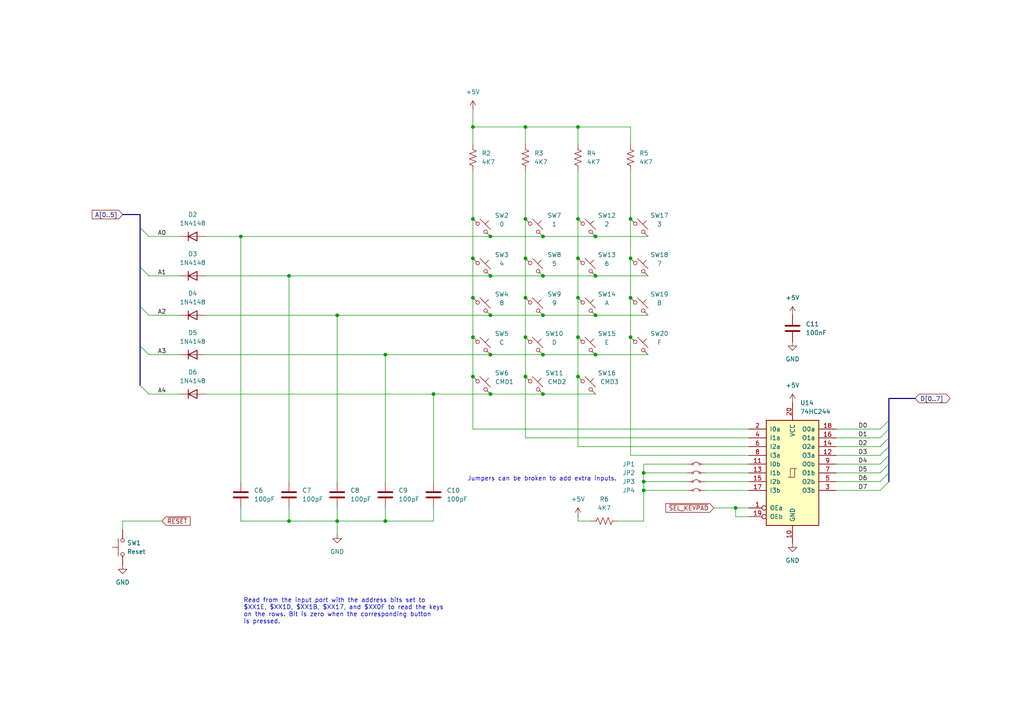
<source format=kicad_sch>
(kicad_sch (version 20231120) (generator "eeschema") (generator_version "8.0")
  (paper "A4")
  (title_block (title "Generic Front Panel FP-01") (date "May 2025") (rev "1") (comment 1 "Copyright (c) 2025 Rhys Weatherley") (comment 3 "Matrix Keypad"))
  (lib_symbols
    (symbol "74xx:74LS244" (pin_names (offset 1.016))
      (property "Reference" "U" (at -7.62 16.51 0))
      (property "Value" "74LS244" (at -7.62 -16.51 0))
      (symbol "74LS244_1_0"
        (polyline (pts (xy -0.635 -1.27) (xy -0.635 1.27) (xy 0.635 1.27)))
        (polyline (pts (xy -1.27 -1.27) (xy 0.635 -1.27) (xy 0.635 1.27) (xy 1.27 1.27)))
        (pin input inverted (at -12.7 -10.16 0) (length 5.08) (name "OEa") (number "1"))
        (pin power_in line (at 0 -20.32 90) (length 5.08) (name "GND") (number "10"))
        (pin input line (at -12.7 2.54 0) (length 5.08) (name "I0b") (number "11"))
        (pin tri_state line (at 12.7 5.08 180) (length 5.08) (name "O3a") (number "12"))
        (pin input line (at -12.7 0 0) (length 5.08) (name "I1b") (number "13"))
        (pin tri_state line (at 12.7 7.62 180) (length 5.08) (name "O2a") (number "14"))
        (pin input line (at -12.7 -2.54 0) (length 5.08) (name "I2b") (number "15"))
        (pin tri_state line (at 12.7 10.16 180) (length 5.08) (name "O1a") (number "16"))
        (pin input line (at -12.7 -5.08 0) (length 5.08) (name "I3b") (number "17"))
        (pin tri_state line (at 12.7 12.7 180) (length 5.08) (name "O0a") (number "18"))
        (pin input inverted (at -12.7 -12.7 0) (length 5.08) (name "OEb") (number "19"))
        (pin input line (at -12.7 12.7 0) (length 5.08) (name "I0a") (number "2"))
        (pin power_in line (at 0 20.32 270) (length 5.08) (name "VCC") (number "20"))
        (pin tri_state line (at 12.7 -5.08 180) (length 5.08) (name "O3b") (number "3"))
        (pin input line (at -12.7 10.16 0) (length 5.08) (name "I1a") (number "4"))
        (pin tri_state line (at 12.7 -2.54 180) (length 5.08) (name "O2b") (number "5"))
        (pin input line (at -12.7 7.62 0) (length 5.08) (name "I2a") (number "6"))
        (pin tri_state line (at 12.7 0 180) (length 5.08) (name "O1b") (number "7"))
        (pin input line (at -12.7 5.08 0) (length 5.08) (name "I3a") (number "8"))
        (pin tri_state line (at 12.7 2.54 180) (length 5.08) (name "O0b") (number "9"))
      )
      (symbol "74LS244_1_1"
        (rectangle (start -7.62 15.24) (end 7.62 -15.24) (stroke (width 0.254)) (fill (type background)))
      )
    )
    (symbol "Device:C" (pin_numbers hide) (pin_names (offset 0.254))
      (property "Reference" "C" (at 0.635 2.54 0))
      (property "Value" "C" (at 0.635 -2.54 0))
      (symbol "C_0_1"
        (polyline (pts (xy -2.032 -0.762) (xy 2.032 -0.762)) (stroke (width 0.508)))
        (polyline (pts (xy -2.032 0.762) (xy 2.032 0.762)) (stroke (width 0.508)))
      )
      (symbol "C_1_1"
        (pin passive line (at 0 3.81 270) (length 2.794) (name "~") (number "1"))
        (pin passive line (at 0 -3.81 90) (length 2.794) (name "~") (number "2"))
      )
    )
    (symbol "Device:R_US" (pin_numbers hide) (pin_names (offset 0))
      (property "Reference" "R" (at 2.54 0 90))
      (property "Value" "R_US" (at -2.54 0 90))
      (symbol "R_US_0_1"
        (polyline (pts (xy 0 -2.286) (xy 0 -2.54)))
        (polyline (pts (xy 0 2.286) (xy 0 2.54)))
        (polyline (pts (xy 0 -0.762) (xy 1.016 -1.143) (xy 0 -1.524) (xy -1.016 -1.905) (xy 0 -2.286)))
        (polyline (pts (xy 0 0.762) (xy 1.016 0.381) (xy 0 0) (xy -1.016 -0.381) (xy 0 -0.762)))
        (polyline (pts (xy 0 2.286) (xy 1.016 1.905) (xy 0 1.524) (xy -1.016 1.143) (xy 0 0.762)))
      )
      (symbol "R_US_1_1"
        (pin passive line (at 0 3.81 270) (length 1.27) (name "~") (number "1"))
        (pin passive line (at 0 -3.81 90) (length 1.27) (name "~") (number "2"))
      )
    )
    (symbol "Diode:1N4148" (pin_numbers hide) (pin_names hide)
      (property "Reference" "D" (at 0 2.54 0))
      (property "Value" "1N4148" (at 0 -2.54 0))
      (symbol "1N4148_0_1"
        (polyline (pts (xy -1.27 1.27) (xy -1.27 -1.27)) (stroke (width 0.254)))
        (polyline (pts (xy 1.27 0) (xy -1.27 0)))
        (polyline (pts (xy 1.27 1.27) (xy 1.27 -1.27) (xy -1.27 0) (xy 1.27 1.27)) (stroke (width 0.254)))
      )
      (symbol "1N4148_1_1"
        (pin passive line (at -3.81 0 0) (length 2.54) (name "K") (number "1"))
        (pin passive line (at 3.81 0 180) (length 2.54) (name "A") (number "2"))
      )
    )
    (symbol "Jumper:Jumper_2_Small_Bridged" (pin_numbers hide) (pin_names (offset 0) hide) (exclude_from_sim yes)
      (property "Reference" "JP" (at 0 2.032 0))
      (property "Value" "Jumper_2_Small_Bridged" (at 0 -2.286 0))
      (symbol "Jumper_2_Small_Bridged_0_0"
        (circle (center -1.016 0) (radius 0.254))
        (circle (center 1.016 0) (radius 0.254))
      )
      (symbol "Jumper_2_Small_Bridged_0_1"
        (arc (start 0.762 0.254) (mid 0 0.5696) (end -0.762 0.254))
      )
      (symbol "Jumper_2_Small_Bridged_1_1"
        (pin passive line (at -2.54 0 0) (length 1.27) (name "A") (number "1"))
        (pin passive line (at 2.54 0 180) (length 1.27) (name "B") (number "2"))
      )
    )
    (symbol "Switch:SW_Push" (pin_numbers hide) (pin_names (offset 1.016) hide)
      (property "Reference" "SW" (at 1.27 2.54 0))
      (property "Value" "SW_Push" (at 0 -1.524 0))
      (symbol "SW_Push_0_1"
        (circle (center -2.032 0) (radius 0.508))
        (polyline (pts (xy 0 1.27) (xy 0 3.048)))
        (polyline (pts (xy 2.54 1.27) (xy -2.54 1.27)))
        (circle (center 2.032 0) (radius 0.508))
        (pin passive line (at -5.08 0 0) (length 2.54) (name "1") (number "1"))
        (pin passive line (at 5.08 0 180) (length 2.54) (name "2") (number "2"))
      )
    )
    (symbol "Switch:SW_Push_45deg" (pin_numbers hide) (pin_names (offset 1.016) hide)
      (property "Reference" "SW" (at 3.048 1.016 0))
      (property "Value" "SW_Push_45deg" (at 0 -3.81 0))
      (symbol "SW_Push_45deg_0_1"
        (circle (center -1.1684 1.1684) (radius 0.508))
        (polyline (pts (xy -0.508 2.54) (xy 2.54 -0.508)))
        (polyline (pts (xy 1.016 1.016) (xy 2.032 2.032)))
        (polyline (pts (xy -2.54 2.54) (xy -1.524 1.524) (xy -1.524 1.524)))
        (polyline (pts (xy 1.524 -1.524) (xy 2.54 -2.54) (xy 2.54 -2.54) (xy 2.54 -2.54)))
        (circle (center 1.143 -1.1938) (radius 0.508))
        (pin passive line (at -2.54 2.54 0) (length 0) (name "1") (number "1"))
        (pin passive line (at 2.54 -2.54 180) (length 0) (name "2") (number "2"))
      )
    )
    (symbol "power:+5V" (power) (pin_numbers hide) (pin_names (offset 0) hide)
      (property "Value" "+5V" (at 0 3.556 0))
      (symbol "+5V_0_1"
        (polyline (pts (xy -0.762 1.27) (xy 0 2.54)))
        (polyline (pts (xy 0 0) (xy 0 2.54)))
        (polyline (pts (xy 0 2.54) (xy 0.762 1.27)))
      )
      (symbol "+5V_1_1"
        (pin power_in line (at 0 0 90) (length 0) (name "~") (number "1"))
      )
    )
    (symbol "power:GND" (power) (pin_numbers hide) (pin_names (offset 0) hide)
      (property "Value" "GND" (at 0 -3.81 0))
      (symbol "GND_0_1"
        (polyline (pts (xy 0 0) (xy 0 -1.27) (xy 1.27 -1.27) (xy 0 -2.54) (xy -1.27 -1.27) (xy 0 -1.27)))
      )
      (symbol "GND_1_1"
        (pin power_in line (at 0 0 270) (length 0) (name "~") (number "1"))
      )
    )
  )
  (junction (at 157.48 68.58))
  (junction (at 152.4 109.22))
  (junction (at 137.16 63.5))
  (junction (at 152.4 86.36))
  (junction (at 111.76 102.87))
  (junction (at 83.82 80.01))
  (junction (at 167.64 63.5))
  (junction (at 157.48 80.01))
  (junction (at 152.4 74.93))
  (junction (at 137.16 86.36))
  (junction (at 152.4 36.83))
  (junction (at 172.72 91.44))
  (junction (at 167.64 97.79))
  (junction (at 182.88 63.5))
  (junction (at 142.24 91.44))
  (junction (at 182.88 74.93))
  (junction (at 157.48 91.44))
  (junction (at 142.24 102.87))
  (junction (at 182.88 97.79))
  (junction (at 97.79 151.13))
  (junction (at 137.16 36.83))
  (junction (at 186.69 142.24))
  (junction (at 182.88 86.36))
  (junction (at 142.24 114.3))
  (junction (at 83.82 151.13))
  (junction (at 172.72 68.58))
  (junction (at 137.16 97.79))
  (junction (at 172.72 80.01))
  (junction (at 111.76 151.13))
  (junction (at 142.24 80.01))
  (junction (at 167.64 74.93))
  (junction (at 152.4 63.5))
  (junction (at 213.36 147.32))
  (junction (at 125.73 114.3))
  (junction (at 152.4 97.79))
  (junction (at 157.48 102.87))
  (junction (at 167.64 109.22))
  (junction (at 186.69 139.7))
  (junction (at 137.16 109.22))
  (junction (at 69.85 68.58))
  (junction (at 157.48 114.3))
  (junction (at 186.69 137.16))
  (junction (at 97.79 91.44))
  (junction (at 172.72 102.87))
  (junction (at 167.64 86.36))
  (junction (at 167.64 36.83))
  (junction (at 142.24 68.58))
  (junction (at 137.16 74.93))
  (bus_entry (at 40.64 88.9) (size 2.54 2.54))
  (bus_entry (at 255.27 124.46) (size 2.54 -2.54))
  (bus_entry (at 255.27 142.24) (size 2.54 -2.54))
  (bus_entry (at 40.64 77.47) (size 2.54 2.54))
  (bus_entry (at 40.64 111.76) (size 2.54 2.54))
  (bus_entry (at 255.27 134.62) (size 2.54 -2.54))
  (bus_entry (at 255.27 129.54) (size 2.54 -2.54))
  (bus_entry (at 255.27 127) (size 2.54 -2.54))
  (bus_entry (at 255.27 132.08) (size 2.54 -2.54))
  (bus_entry (at 40.64 100.33) (size 2.54 2.54))
  (bus_entry (at 40.64 66.04) (size 2.54 2.54))
  (bus_entry (at 255.27 137.16) (size 2.54 -2.54))
  (bus_entry (at 255.27 139.7) (size 2.54 -2.54))
  (wire (pts (xy 157.48 102.87) (xy 172.72 102.87)))
  (wire (pts (xy 137.16 109.22) (xy 137.16 124.46)))
  (wire (pts (xy 167.64 97.79) (xy 167.64 109.22)))
  (wire (pts (xy 142.24 102.87) (xy 157.48 102.87)))
  (wire (pts (xy 152.4 97.79) (xy 152.4 109.22)))
  (bus (pts (xy 40.64 100.33) (xy 40.64 111.76)))
  (wire (pts (xy 83.82 147.32) (xy 83.82 151.13)))
  (bus (pts (xy 257.81 121.92) (xy 257.81 124.46)))
  (wire (pts (xy 242.57 129.54) (xy 255.27 129.54)))
  (wire (pts (xy 137.16 49.53) (xy 137.16 63.5)))
  (wire (pts (xy 213.36 147.32) (xy 217.17 147.32)))
  (wire (pts (xy 157.48 80.01) (xy 172.72 80.01)))
  (wire (pts (xy 97.79 151.13) (xy 97.79 154.94)))
  (wire (pts (xy 59.69 91.44) (xy 97.79 91.44)))
  (wire (pts (xy 217.17 132.08) (xy 182.88 132.08)))
  (wire (pts (xy 242.57 132.08) (xy 255.27 132.08)))
  (wire (pts (xy 137.16 124.46) (xy 217.17 124.46)))
  (wire (pts (xy 43.18 114.3) (xy 52.07 114.3)))
  (wire (pts (xy 97.79 91.44) (xy 142.24 91.44)))
  (wire (pts (xy 111.76 151.13) (xy 97.79 151.13)))
  (bus (pts (xy 257.81 134.62) (xy 257.81 137.16)))
  (wire (pts (xy 152.4 74.93) (xy 152.4 86.36)))
  (bus (pts (xy 257.81 115.57) (xy 265.43 115.57)))
  (wire (pts (xy 137.16 36.83) (xy 137.16 31.75)))
  (wire (pts (xy 186.69 142.24) (xy 199.39 142.24)))
  (bus (pts (xy 257.81 129.54) (xy 257.81 132.08)))
  (wire (pts (xy 182.88 74.93) (xy 182.88 86.36)))
  (wire (pts (xy 125.73 114.3) (xy 125.73 139.7)))
  (wire (pts (xy 111.76 102.87) (xy 142.24 102.87)))
  (wire (pts (xy 186.69 142.24) (xy 186.69 151.13)))
  (wire (pts (xy 111.76 102.87) (xy 111.76 139.7)))
  (wire (pts (xy 179.07 151.13) (xy 186.69 151.13)))
  (wire (pts (xy 152.4 63.5) (xy 152.4 74.93)))
  (wire (pts (xy 204.47 142.24) (xy 217.17 142.24)))
  (wire (pts (xy 59.69 102.87) (xy 111.76 102.87)))
  (bus (pts (xy 257.81 137.16) (xy 257.81 139.7)))
  (wire (pts (xy 35.56 151.13) (xy 35.56 153.67)))
  (wire (pts (xy 167.64 74.93) (xy 167.64 86.36)))
  (wire (pts (xy 213.36 149.86) (xy 213.36 147.32)))
  (bus (pts (xy 257.81 132.08) (xy 257.81 134.62)))
  (wire (pts (xy 43.18 68.58) (xy 52.07 68.58)))
  (wire (pts (xy 172.72 68.58) (xy 187.96 68.58)))
  (wire (pts (xy 152.4 49.53) (xy 152.4 63.5)))
  (wire (pts (xy 242.57 124.46) (xy 255.27 124.46)))
  (wire (pts (xy 167.64 151.13) (xy 167.64 149.86)))
  (wire (pts (xy 182.88 63.5) (xy 182.88 74.93)))
  (wire (pts (xy 125.73 147.32) (xy 125.73 151.13)))
  (wire (pts (xy 242.57 137.16) (xy 255.27 137.16)))
  (wire (pts (xy 182.88 49.53) (xy 182.88 63.5)))
  (wire (pts (xy 111.76 147.32) (xy 111.76 151.13)))
  (bus (pts (xy 40.64 88.9) (xy 40.64 100.33)))
  (wire (pts (xy 69.85 151.13) (xy 83.82 151.13)))
  (wire (pts (xy 142.24 68.58) (xy 157.48 68.58)))
  (wire (pts (xy 172.72 91.44) (xy 187.96 91.44)))
  (wire (pts (xy 204.47 137.16) (xy 217.17 137.16)))
  (wire (pts (xy 217.17 149.86) (xy 213.36 149.86)))
  (wire (pts (xy 152.4 86.36) (xy 152.4 97.79)))
  (wire (pts (xy 172.72 80.01) (xy 187.96 80.01)))
  (wire (pts (xy 137.16 97.79) (xy 137.16 109.22)))
  (wire (pts (xy 142.24 80.01) (xy 157.48 80.01)))
  (wire (pts (xy 167.64 36.83) (xy 167.64 41.91)))
  (wire (pts (xy 182.88 36.83) (xy 167.64 36.83)))
  (wire (pts (xy 43.18 102.87) (xy 52.07 102.87)))
  (wire (pts (xy 186.69 139.7) (xy 186.69 142.24)))
  (wire (pts (xy 97.79 91.44) (xy 97.79 139.7)))
  (wire (pts (xy 186.69 139.7) (xy 199.39 139.7)))
  (wire (pts (xy 167.64 86.36) (xy 167.64 97.79)))
  (wire (pts (xy 83.82 80.01) (xy 142.24 80.01)))
  (wire (pts (xy 242.57 127) (xy 255.27 127)))
  (wire (pts (xy 182.88 86.36) (xy 182.88 97.79)))
  (wire (pts (xy 125.73 114.3) (xy 142.24 114.3)))
  (wire (pts (xy 43.18 91.44) (xy 52.07 91.44)))
  (wire (pts (xy 172.72 102.87) (xy 187.96 102.87)))
  (wire (pts (xy 186.69 137.16) (xy 186.69 139.7)))
  (wire (pts (xy 152.4 36.83) (xy 152.4 41.91)))
  (wire (pts (xy 142.24 114.3) (xy 157.48 114.3)))
  (wire (pts (xy 69.85 68.58) (xy 69.85 139.7)))
  (bus (pts (xy 40.64 66.04) (xy 40.64 62.23)))
  (wire (pts (xy 157.48 68.58) (xy 172.72 68.58)))
  (wire (pts (xy 142.24 91.44) (xy 157.48 91.44)))
  (wire (pts (xy 217.17 127) (xy 152.4 127)))
  (bus (pts (xy 35.56 62.23) (xy 40.64 62.23)))
  (wire (pts (xy 83.82 80.01) (xy 83.82 139.7)))
  (wire (pts (xy 137.16 36.83) (xy 137.16 41.91)))
  (wire (pts (xy 182.88 97.79) (xy 182.88 132.08)))
  (bus (pts (xy 40.64 77.47) (xy 40.64 88.9)))
  (wire (pts (xy 43.18 80.01) (xy 52.07 80.01)))
  (wire (pts (xy 83.82 151.13) (xy 97.79 151.13)))
  (wire (pts (xy 204.47 134.62) (xy 217.17 134.62)))
  (wire (pts (xy 167.64 109.22) (xy 167.64 129.54)))
  (wire (pts (xy 46.99 151.13) (xy 35.56 151.13)))
  (bus (pts (xy 40.64 77.47) (xy 40.64 66.04)))
  (wire (pts (xy 204.47 139.7) (xy 217.17 139.7)))
  (bus (pts (xy 257.81 124.46) (xy 257.81 127)))
  (wire (pts (xy 69.85 147.32) (xy 69.85 151.13)))
  (wire (pts (xy 207.01 147.32) (xy 213.36 147.32)))
  (wire (pts (xy 59.69 68.58) (xy 69.85 68.58)))
  (wire (pts (xy 217.17 129.54) (xy 167.64 129.54)))
  (wire (pts (xy 167.64 49.53) (xy 167.64 63.5)))
  (wire (pts (xy 186.69 134.62) (xy 186.69 137.16)))
  (wire (pts (xy 242.57 142.24) (xy 255.27 142.24)))
  (bus (pts (xy 257.81 127) (xy 257.81 129.54)))
  (wire (pts (xy 242.57 139.7) (xy 255.27 139.7)))
  (wire (pts (xy 69.85 68.58) (xy 142.24 68.58)))
  (wire (pts (xy 137.16 63.5) (xy 137.16 74.93)))
  (wire (pts (xy 182.88 36.83) (xy 182.88 41.91)))
  (wire (pts (xy 137.16 74.93) (xy 137.16 86.36)))
  (wire (pts (xy 157.48 91.44) (xy 172.72 91.44)))
  (wire (pts (xy 137.16 86.36) (xy 137.16 97.79)))
  (wire (pts (xy 59.69 80.01) (xy 83.82 80.01)))
  (wire (pts (xy 152.4 109.22) (xy 152.4 127)))
  (wire (pts (xy 59.69 114.3) (xy 125.73 114.3)))
  (wire (pts (xy 242.57 134.62) (xy 255.27 134.62)))
  (wire (pts (xy 186.69 137.16) (xy 199.39 137.16)))
  (bus (pts (xy 257.81 121.92) (xy 257.81 115.57)))
  (wire (pts (xy 186.69 134.62) (xy 199.39 134.62)))
  (wire (pts (xy 97.79 147.32) (xy 97.79 151.13)))
  (wire (pts (xy 152.4 36.83) (xy 137.16 36.83)))
  (wire (pts (xy 167.64 63.5) (xy 167.64 74.93)))
  (wire (pts (xy 125.73 151.13) (xy 111.76 151.13)))
  (wire (pts (xy 157.48 114.3) (xy 172.72 114.3)))
  (wire (pts (xy 167.64 36.83) (xy 152.4 36.83)))
  (wire (pts (xy 171.45 151.13) (xy 167.64 151.13)))
  (text "Read from the input port with the address bits set to\n$XX1E, $XX1D, $XX1B, $XX17, and $XX0F to read the keys\non the rows. Bit is zero when the corresponding button\nis pressed." (at 70.612 177.292 0) (effects (font (size 1.27 1.27)) (justify left)))
  (text "Jumpers can be broken to add extra inputs." (at 157.226 138.938 0) (effects (font (size 1.27 1.27))))
  (label "D2" (at 248.92 129.54 0))
  (label "A0" (at 45.72 68.58 0))
  (label "D7" (at 248.92 142.24 0))
  (label "D6" (at 248.92 139.7 0))
  (label "D4" (at 248.92 134.62 0))
  (label "D3" (at 248.92 132.08 0))
  (label "A2" (at 45.72 91.44 0))
  (label "A1" (at 45.72 80.01 0))
  (label "A4" (at 45.72 114.3 0))
  (label "A3" (at 45.72 102.87 0))
  (label "D1" (at 248.92 127 0))
  (label "D5" (at 248.92 137.16 0))
  (label "D0" (at 248.92 124.46 0))
  (global_label "D[0..7]" (shape bidirectional) (at 265.43 115.57 0) (property "Intersheetrefs" "${INTERSHEET_REFS}" (effects (hide yes))))
  (global_label "~{RESET}" (shape input) (at 46.99 151.13 0) (property "Intersheetrefs" "${INTERSHEET_REFS}" (effects (hide yes))))
  (global_label "~{SEL_KEYPAD}" (shape input) (at 207.01 147.32 180) (property "Intersheetrefs" "${INTERSHEET_REFS}" (effects (hide yes))))
  (global_label "A[0..5]" (shape input) (at 35.56 62.23 180) (property "Intersheetrefs" "${INTERSHEET_REFS}" (effects (hide yes))))
  (symbol (lib_id "Jumper:Jumper_2_Small_Bridged") (at 201.93 137.16 0) (unit 1) (exclude_from_sim yes)
    (property "Reference" "JP2" (at 182.372 137.16 0))
    (property "Footprint" "Jumper:SolderJumper-2_P1.3mm_Bridged_RoundedPad1.0x1.5mm" (effects (hide yes)))
    (property "Description" "Jumper, 2-pole, small symbol, bridged" (effects (hide yes)))
  )
  (symbol (lib_id "Switch:SW_Push_45deg") (at 170.18 66.04 0) (unit 1)
    (property "Reference" "SW12" (at 176.022 62.484 0))
    (property "Value" "2" (at 176.022 65.024 0))
    (property "Footprint" "Button_Switch_THT:SW_PUSH-12mm" (effects (hide yes)))
    (property "Description" "Push button switch, normally open, two pins, 45° tilted" (effects (hide yes)))
  )
  (symbol (lib_id "power:+5V") (at 137.16 31.75 0) (unit 1)
    (property "Reference" "#PWR36" (effects (hide yes)))
    (property "Value" "+5V" (at 137.16 26.67 0))
    (property "Description" "Power symbol creates a global label with name \"+5V\"" (effects (hide yes)))
  )
  (symbol (lib_id "Switch:SW_Push_45deg") (at 185.42 88.9 0) (unit 1)
    (property "Reference" "SW19" (at 191.262 85.344 0))
    (property "Value" "B" (at 191.262 87.884 0))
    (property "Footprint" "Button_Switch_THT:SW_PUSH-12mm" (effects (hide yes)))
    (property "Description" "Push button switch, normally open, two pins, 45° tilted" (effects (hide yes)))
  )
  (symbol (lib_id "Switch:SW_Push_45deg") (at 154.94 77.47 0) (unit 1)
    (property "Reference" "SW8" (at 160.782 73.914 0))
    (property "Value" "5" (at 160.782 76.454 0))
    (property "Footprint" "Button_Switch_THT:SW_PUSH-12mm" (effects (hide yes)))
    (property "Description" "Push button switch, normally open, two pins, 45° tilted" (effects (hide yes)))
  )
  (symbol (lib_id "Switch:SW_Push_45deg") (at 139.7 66.04 0) (unit 1)
    (property "Reference" "SW2" (at 145.542 62.484 0))
    (property "Value" "0" (at 145.542 65.024 0))
    (property "Footprint" "Button_Switch_THT:SW_PUSH-12mm" (effects (hide yes)))
    (property "Description" "Push button switch, normally open, two pins, 45° tilted" (effects (hide yes)))
  )
  (symbol (lib_id "Switch:SW_Push_45deg") (at 154.94 111.76 0) (unit 1)
    (property "Reference" "SW11" (at 160.782 108.204 0))
    (property "Value" "CMD2" (at 161.544 110.744 0))
    (property "Footprint" "Button_Switch_THT:SW_PUSH-12mm" (effects (hide yes)))
    (property "Description" "Push button switch, normally open, two pins, 45° tilted" (effects (hide yes)))
  )
  (symbol (lib_id "Switch:SW_Push_45deg") (at 139.7 77.47 0) (unit 1)
    (property "Reference" "SW3" (at 145.542 73.914 0))
    (property "Value" "4" (at 145.542 76.454 0))
    (property "Footprint" "Button_Switch_THT:SW_PUSH-12mm" (effects (hide yes)))
    (property "Description" "Push button switch, normally open, two pins, 45° tilted" (effects (hide yes)))
  )
  (symbol (lib_id "Switch:SW_Push_45deg") (at 154.94 66.04 0) (unit 1)
    (property "Reference" "SW7" (at 160.782 62.484 0))
    (property "Value" "1" (at 160.782 65.024 0))
    (property "Footprint" "Button_Switch_THT:SW_PUSH-12mm" (effects (hide yes)))
    (property "Description" "Push button switch, normally open, two pins, 45° tilted" (effects (hide yes)))
  )
  (symbol (lib_id "Switch:SW_Push_45deg") (at 139.7 88.9 0) (unit 1)
    (property "Reference" "SW4" (at 145.542 85.344 0))
    (property "Value" "8" (at 145.542 87.884 0))
    (property "Footprint" "Button_Switch_THT:SW_PUSH-12mm" (effects (hide yes)))
    (property "Description" "Push button switch, normally open, two pins, 45° tilted" (effects (hide yes)))
  )
  (symbol (lib_id "Diode:1N4148") (at 55.88 91.44 0) (unit 1)
    (property "Reference" "D4" (at 55.88 85.09 0))
    (property "Value" "1N4148" (at 55.88 87.63 0))
    (property "Footprint" "Diode_THT:D_DO-35_SOD27_P7.62mm_Horizontal" (effects (hide yes)))
    (property "Datasheet" "https://assets.nexperia.com/documents/data-sheet/1N4148_1N4448.pdf" (effects (hide yes)))
    (property "Description" "100V 0.15A standard switching diode, DO-35" (effects (hide yes)))
    (property "Sim.Device" "D" (effects (hide yes)))
    (property "Sim.Pins" "1=K 2=A" (effects (hide yes)))
  )
  (symbol (lib_id "Switch:SW_Push_45deg") (at 139.7 111.76 0) (unit 1)
    (property "Reference" "SW6" (at 145.542 108.204 0))
    (property "Value" "CMD1" (at 146.304 110.744 0))
    (property "Footprint" "Button_Switch_THT:SW_PUSH-12mm" (effects (hide yes)))
    (property "Description" "Push button switch, normally open, two pins, 45° tilted" (effects (hide yes)))
  )
  (symbol (lib_id "Switch:SW_Push_45deg") (at 170.18 77.47 0) (unit 1)
    (property "Reference" "SW13" (at 176.022 73.914 0))
    (property "Value" "6" (at 176.022 76.454 0))
    (property "Footprint" "Button_Switch_THT:SW_PUSH-12mm" (effects (hide yes)))
    (property "Description" "Push button switch, normally open, two pins, 45° tilted" (effects (hide yes)))
  )
  (symbol (lib_id "74xx:74LS244") (at 229.87 137.16 0) (unit 1)
    (property "Reference" "U14" (at 232.0641 116.84 0) (effects (justify left)))
    (property "Value" "74HC244" (at 232.0641 119.38 0) (effects (justify left)))
    (property "Footprint" "Package_DIP:DIP-20_W7.62mm" (effects (hide yes)))
    (property "Datasheet" "http://www.ti.com/lit/ds/symlink/sn74ls244.pdf" (effects (hide yes)))
    (property "Description" "Octal Buffer and Line Driver With 3-State Output, active-low enables, non-inverting outputs" (effects (hide yes)))
  )
  (symbol (lib_id "Device:R_US") (at 137.16 45.72 0) (unit 1)
    (property "Reference" "R2" (at 139.7 44.4499 0) (effects (justify left)))
    (property "Value" "4K7" (at 139.7 46.9899 0) (effects (justify left)))
    (property "Footprint" "Resistor_THT:R_Axial_DIN0207_L6.3mm_D2.5mm_P10.16mm_Horizontal" (effects (hide yes)))
    (property "Description" "Resistor, US symbol" (effects (hide yes)))
  )
  (symbol (lib_id "power:+5V") (at 229.87 116.84 0) (unit 1)
    (property "Reference" "#PWR40" (effects (hide yes)))
    (property "Value" "+5V" (at 229.87 111.76 0))
    (property "Description" "Power symbol creates a global label with name \"+5V\"" (effects (hide yes)))
  )
  (symbol (lib_id "Switch:SW_Push_45deg") (at 170.18 100.33 0) (unit 1)
    (property "Reference" "SW15" (at 176.022 96.774 0))
    (property "Value" "E" (at 176.022 99.314 0))
    (property "Footprint" "Button_Switch_THT:SW_PUSH-12mm" (effects (hide yes)))
    (property "Description" "Push button switch, normally open, two pins, 45° tilted" (effects (hide yes)))
  )
  (symbol (lib_id "Switch:SW_Push_45deg") (at 170.18 88.9 0) (unit 1)
    (property "Reference" "SW14" (at 176.022 85.344 0))
    (property "Value" "A" (at 176.022 87.884 0))
    (property "Footprint" "Button_Switch_THT:SW_PUSH-12mm" (effects (hide yes)))
    (property "Description" "Push button switch, normally open, two pins, 45° tilted" (effects (hide yes)))
  )
  (symbol (lib_id "Jumper:Jumper_2_Small_Bridged") (at 201.93 139.7 0) (unit 1) (exclude_from_sim yes)
    (property "Reference" "JP3" (at 182.372 139.7 0))
    (property "Footprint" "Jumper:SolderJumper-2_P1.3mm_Bridged_RoundedPad1.0x1.5mm" (effects (hide yes)))
    (property "Description" "Jumper, 2-pole, small symbol, bridged" (effects (hide yes)))
  )
  (symbol (lib_id "Diode:1N4148") (at 55.88 114.3 0) (unit 1)
    (property "Reference" "D6" (at 55.88 107.95 0))
    (property "Value" "1N4148" (at 55.88 110.49 0))
    (property "Footprint" "Diode_THT:D_DO-35_SOD27_P7.62mm_Horizontal" (effects (hide yes)))
    (property "Datasheet" "https://assets.nexperia.com/documents/data-sheet/1N4148_1N4448.pdf" (effects (hide yes)))
    (property "Description" "100V 0.15A standard switching diode, DO-35" (effects (hide yes)))
    (property "Sim.Device" "D" (effects (hide yes)))
    (property "Sim.Pins" "1=K 2=A" (effects (hide yes)))
  )
  (symbol (lib_id "Jumper:Jumper_2_Small_Bridged") (at 201.93 134.62 0) (unit 1) (exclude_from_sim yes)
    (property "Reference" "JP1" (at 182.372 134.62 0))
    (property "Footprint" "Jumper:SolderJumper-2_P1.3mm_Bridged_RoundedPad1.0x1.5mm" (effects (hide yes)))
    (property "Description" "Jumper, 2-pole, small symbol, bridged" (effects (hide yes)))
  )
  (symbol (lib_id "Diode:1N4148") (at 55.88 80.01 0) (unit 1)
    (property "Reference" "D3" (at 55.88 73.66 0))
    (property "Value" "1N4148" (at 55.88 76.2 0))
    (property "Footprint" "Diode_THT:D_DO-35_SOD27_P7.62mm_Horizontal" (effects (hide yes)))
    (property "Datasheet" "https://assets.nexperia.com/documents/data-sheet/1N4148_1N4448.pdf" (effects (hide yes)))
    (property "Description" "100V 0.15A standard switching diode, DO-35" (effects (hide yes)))
    (property "Sim.Device" "D" (effects (hide yes)))
    (property "Sim.Pins" "1=K 2=A" (effects (hide yes)))
  )
  (symbol (lib_id "power:GND") (at 229.87 157.48 0) (unit 1)
    (property "Reference" "#PWR41" (effects (hide yes)))
    (property "Value" "GND" (at 229.87 162.56 0))
    (property "Description" "Power symbol creates a global label with name \"GND\" , ground" (effects (hide yes)))
  )
  (symbol (lib_id "Device:R_US") (at 175.26 151.13 90) (unit 1)
    (property "Reference" "R6" (at 175.26 144.78 90))
    (property "Value" "4K7" (at 175.26 147.32 90))
    (property "Footprint" "Resistor_THT:R_Axial_DIN0207_L6.3mm_D2.5mm_P10.16mm_Horizontal" (effects (hide yes)))
    (property "Description" "Resistor, US symbol" (effects (hide yes)))
  )
  (symbol (lib_id "Switch:SW_Push_45deg") (at 185.42 77.47 0) (unit 1)
    (property "Reference" "SW18" (at 191.262 73.914 0))
    (property "Value" "7" (at 191.262 76.454 0))
    (property "Footprint" "Button_Switch_THT:SW_PUSH-12mm" (effects (hide yes)))
    (property "Description" "Push button switch, normally open, two pins, 45° tilted" (effects (hide yes)))
  )
  (symbol (lib_id "power:GND") (at 35.56 163.83 0) (unit 1)
    (property "Reference" "#PWR34" (effects (hide yes)))
    (property "Value" "GND" (at 35.56 168.91 0))
    (property "Description" "Power symbol creates a global label with name \"GND\" , ground" (effects (hide yes)))
  )
  (symbol (lib_id "Switch:SW_Push_45deg") (at 185.42 66.04 0) (unit 1)
    (property "Reference" "SW17" (at 191.262 62.484 0))
    (property "Value" "3" (at 191.262 65.024 0))
    (property "Footprint" "Button_Switch_THT:SW_PUSH-12mm" (effects (hide yes)))
    (property "Description" "Push button switch, normally open, two pins, 45° tilted" (effects (hide yes)))
  )
  (symbol (lib_id "Jumper:Jumper_2_Small_Bridged") (at 201.93 142.24 0) (unit 1) (exclude_from_sim yes)
    (property "Reference" "JP4" (at 182.372 142.24 0))
    (property "Footprint" "Jumper:SolderJumper-2_P1.3mm_Bridged_RoundedPad1.0x1.5mm" (effects (hide yes)))
    (property "Description" "Jumper, 2-pole, small symbol, bridged" (effects (hide yes)))
  )
  (symbol (lib_id "Device:R_US") (at 167.64 45.72 0) (unit 1)
    (property "Reference" "R4" (at 170.18 44.4499 0) (effects (justify left)))
    (property "Value" "4K7" (at 170.18 46.9899 0) (effects (justify left)))
    (property "Footprint" "Resistor_THT:R_Axial_DIN0207_L6.3mm_D2.5mm_P10.16mm_Horizontal" (effects (hide yes)))
    (property "Description" "Resistor, US symbol" (effects (hide yes)))
  )
  (symbol (lib_id "power:GND") (at 97.79 154.94 0) (unit 1)
    (property "Reference" "#PWR35" (effects (hide yes)))
    (property "Value" "GND" (at 97.79 160.02 0))
    (property "Description" "Power symbol creates a global label with name \"GND\" , ground" (effects (hide yes)))
  )
  (symbol (lib_id "Device:R_US") (at 152.4 45.72 0) (unit 1)
    (property "Reference" "R3" (at 154.94 44.4499 0) (effects (justify left)))
    (property "Value" "4K7" (at 154.94 46.9899 0) (effects (justify left)))
    (property "Footprint" "Resistor_THT:R_Axial_DIN0207_L6.3mm_D2.5mm_P10.16mm_Horizontal" (effects (hide yes)))
    (property "Description" "Resistor, US symbol" (effects (hide yes)))
  )
  (symbol (lib_id "power:+5V") (at 229.87 91.44 0) (unit 1)
    (property "Reference" "#PWR38" (effects (hide yes)))
    (property "Value" "+5V" (at 229.87 86.36 0))
    (property "Description" "Power symbol creates a global label with name \"+5V\"" (effects (hide yes)))
  )
  (symbol (lib_id "Switch:SW_Push_45deg") (at 154.94 88.9 0) (unit 1)
    (property "Reference" "SW9" (at 160.782 85.344 0))
    (property "Value" "9" (at 160.782 87.884 0))
    (property "Footprint" "Button_Switch_THT:SW_PUSH-12mm" (effects (hide yes)))
    (property "Description" "Push button switch, normally open, two pins, 45° tilted" (effects (hide yes)))
  )
  (symbol (lib_id "power:+5V") (at 167.64 149.86 0) (unit 1)
    (property "Reference" "#PWR37" (effects (hide yes)))
    (property "Value" "+5V" (at 167.64 144.78 0))
    (property "Description" "Power symbol creates a global label with name \"+5V\"" (effects (hide yes)))
  )
  (symbol (lib_id "Switch:SW_Push_45deg") (at 185.42 100.33 0) (unit 1)
    (property "Reference" "SW20" (at 191.262 96.774 0))
    (property "Value" "F" (at 191.262 99.314 0))
    (property "Footprint" "Button_Switch_THT:SW_PUSH-12mm" (effects (hide yes)))
    (property "Description" "Push button switch, normally open, two pins, 45° tilted" (effects (hide yes)))
  )
  (symbol (lib_id "Diode:1N4148") (at 55.88 68.58 0) (unit 1)
    (property "Reference" "D2" (at 55.88 62.23 0))
    (property "Value" "1N4148" (at 55.88 64.77 0))
    (property "Footprint" "Diode_THT:D_DO-35_SOD27_P7.62mm_Horizontal" (effects (hide yes)))
    (property "Datasheet" "https://assets.nexperia.com/documents/data-sheet/1N4148_1N4448.pdf" (effects (hide yes)))
    (property "Description" "100V 0.15A standard switching diode, DO-35" (effects (hide yes)))
    (property "Sim.Device" "D" (effects (hide yes)))
    (property "Sim.Pins" "1=K 2=A" (effects (hide yes)))
  )
  (symbol (lib_id "Switch:SW_Push_45deg") (at 139.7 100.33 0) (unit 1)
    (property "Reference" "SW5" (at 145.542 96.774 0))
    (property "Value" "C" (at 145.542 99.314 0))
    (property "Footprint" "Button_Switch_THT:SW_PUSH-12mm" (effects (hide yes)))
    (property "Description" "Push button switch, normally open, two pins, 45° tilted" (effects (hide yes)))
  )
  (symbol (lib_id "Switch:SW_Push_45deg") (at 154.94 100.33 0) (unit 1)
    (property "Reference" "SW10" (at 160.782 96.774 0))
    (property "Value" "D" (at 160.782 99.314 0))
    (property "Footprint" "Button_Switch_THT:SW_PUSH-12mm" (effects (hide yes)))
    (property "Description" "Push button switch, normally open, two pins, 45° tilted" (effects (hide yes)))
  )
  (symbol (lib_id "Device:R_US") (at 182.88 45.72 0) (unit 1)
    (property "Reference" "R5" (at 185.42 44.4499 0) (effects (justify left)))
    (property "Value" "4K7" (at 185.42 46.9899 0) (effects (justify left)))
    (property "Footprint" "Resistor_THT:R_Axial_DIN0207_L6.3mm_D2.5mm_P10.16mm_Horizontal" (effects (hide yes)))
    (property "Description" "Resistor, US symbol" (effects (hide yes)))
  )
  (symbol (lib_id "Device:C") (at 69.85 143.51 0) (unit 1)
    (property "Reference" "C6" (at 73.66 142.2399 0) (effects (justify left)))
    (property "Value" "100pF" (at 73.66 144.7799 0) (effects (justify left)))
    (property "Footprint" "Capacitor_THT:C_Disc_D6.0mm_W2.5mm_P5.00mm" (effects (hide yes)))
  )
  (symbol (lib_id "Device:C") (at 97.79 143.51 0) (unit 1)
    (property "Reference" "C8" (at 101.6 142.2399 0) (effects (justify left)))
    (property "Value" "100pF" (at 101.6 144.7799 0) (effects (justify left)))
    (property "Footprint" "Capacitor_THT:C_Disc_D6.0mm_W2.5mm_P5.00mm" (effects (hide yes)))
  )
  (symbol (lib_id "Switch:SW_Push") (at 35.56 158.75 90) (unit 1)
    (property "Reference" "SW1" (at 36.83 157.4799 90) (effects (justify right)))
    (property "Value" "Reset" (at 36.83 160.0199 90) (effects (justify right)))
    (property "Footprint" "Button_Switch_THT:SW_PUSH-12mm" (effects (hide yes)))
    (property "Description" "Push button switch, generic, two pins" (effects (hide yes)))
  )
  (symbol (lib_id "Switch:SW_Push_45deg") (at 170.18 111.76 0) (unit 1)
    (property "Reference" "SW16" (at 176.022 108.204 0))
    (property "Value" "CMD3" (at 176.784 110.744 0))
    (property "Footprint" "Button_Switch_THT:SW_PUSH-12mm" (effects (hide yes)))
    (property "Description" "Push button switch, normally open, two pins, 45° tilted" (effects (hide yes)))
  )
  (symbol (lib_id "Device:C") (at 125.73 143.51 0) (unit 1)
    (property "Reference" "C10" (at 129.54 142.2399 0) (effects (justify left)))
    (property "Value" "100pF" (at 129.54 144.7799 0) (effects (justify left)))
    (property "Footprint" "Capacitor_THT:C_Disc_D6.0mm_W2.5mm_P5.00mm" (effects (hide yes)))
  )
  (symbol (lib_id "Device:C") (at 83.82 143.51 0) (unit 1)
    (property "Reference" "C7" (at 87.63 142.2399 0) (effects (justify left)))
    (property "Value" "100pF" (at 87.63 144.7799 0) (effects (justify left)))
    (property "Footprint" "Capacitor_THT:C_Disc_D6.0mm_W2.5mm_P5.00mm" (effects (hide yes)))
  )
  (symbol (lib_id "Device:C") (at 229.87 95.25 0) (unit 1)
    (property "Reference" "C11" (at 233.68 93.9799 0) (effects (justify left)))
    (property "Value" "100nF" (at 233.68 96.5199 0) (effects (justify left)))
    (property "Footprint" "Capacitor_THT:C_Disc_D6.0mm_W2.5mm_P5.00mm" (effects (hide yes)))
  )
  (symbol (lib_id "Diode:1N4148") (at 55.88 102.87 0) (unit 1)
    (property "Reference" "D5" (at 55.88 96.52 0))
    (property "Value" "1N4148" (at 55.88 99.06 0))
    (property "Footprint" "Diode_THT:D_DO-35_SOD27_P7.62mm_Horizontal" (effects (hide yes)))
    (property "Datasheet" "https://assets.nexperia.com/documents/data-sheet/1N4148_1N4448.pdf" (effects (hide yes)))
    (property "Description" "100V 0.15A standard switching diode, DO-35" (effects (hide yes)))
    (property "Sim.Device" "D" (effects (hide yes)))
    (property "Sim.Pins" "1=K 2=A" (effects (hide yes)))
  )
  (symbol (lib_id "power:GND") (at 229.87 99.06 0) (unit 1)
    (property "Reference" "#PWR39" (effects (hide yes)))
    (property "Value" "GND" (at 229.87 104.14 0))
    (property "Description" "Power symbol creates a global label with name \"GND\" , ground" (effects (hide yes)))
  )
  (symbol (lib_id "Device:C") (at 111.76 143.51 0) (unit 1)
    (property "Reference" "C9" (at 115.57 142.2399 0) (effects (justify left)))
    (property "Value" "100pF" (at 115.57 144.7799 0) (effects (justify left)))
    (property "Footprint" "Capacitor_THT:C_Disc_D6.0mm_W2.5mm_P5.00mm" (effects (hide yes)))
  )
)
</source>
